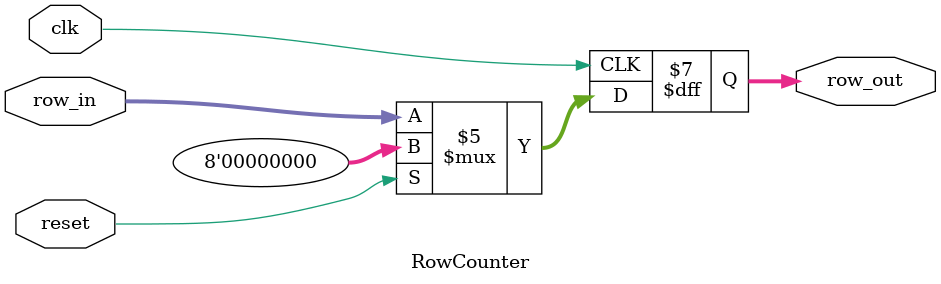
<source format=v>
`timescale 1ns / 1ps

module RowCounter
    #(parameter INPUT_WIDTH = 8)
    (
	input [INPUT_WIDTH - 1:0] row_in, //input address 
	input clk,
    input reset,
	output reg [INPUT_WIDTH - 1:0] row_out //output the result
	);
	
	initial 
	begin
	   row_out <= 32'd0; //Sets it to 0 initially
	end
	
	always @ (posedge clk) begin//at the start of every clk cycle
        if (reset == 1) begin 
            row_out <= 0;
            end
        else begin 
            row_out <= row_in;
        end
        
    end
    
endmodule
</source>
